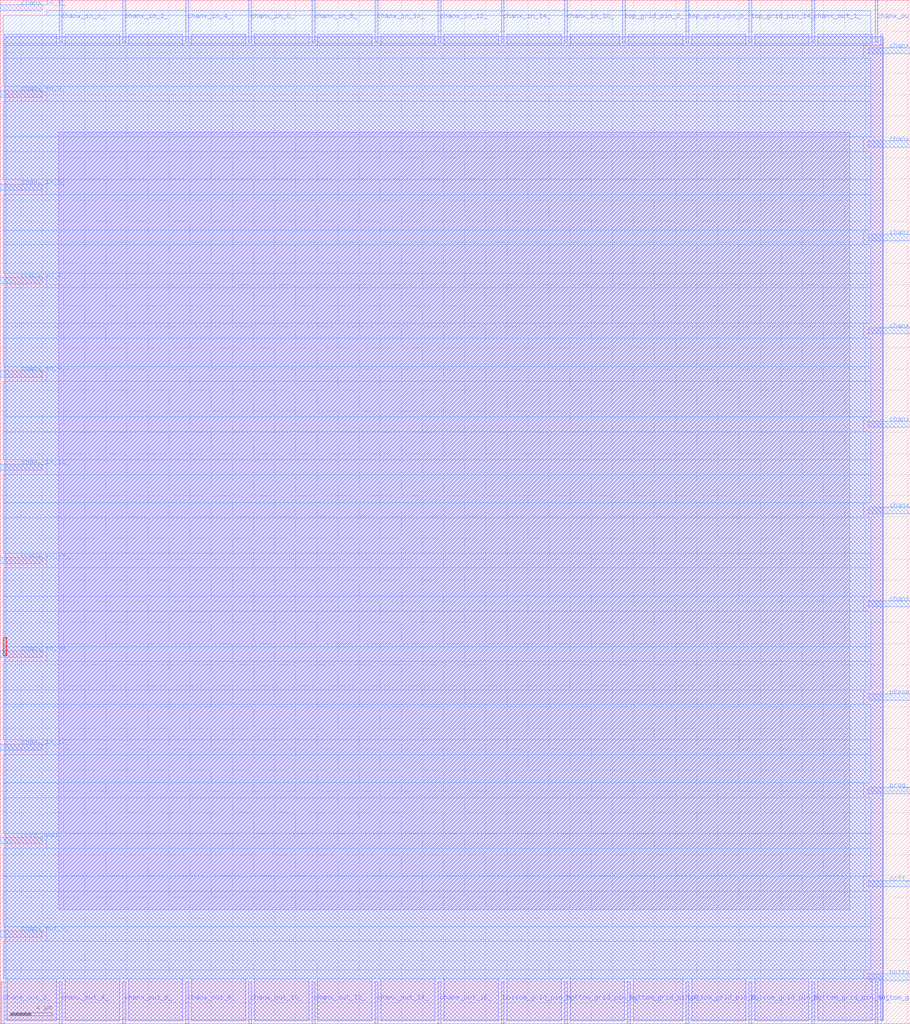
<source format=lef>
VERSION 5.7 ;
  NAMESCASESENSITIVE ON ;
  NOWIREEXTENSIONATPIN ON ;
  DIVIDERCHAR "/" ;
  BUSBITCHARS "[]" ;
UNITS
  DATABASE MICRONS 200 ;
END UNITS

MACRO cbx_1__0_
  CLASS BLOCK ;
  FOREIGN cbx_1__0_ ;
  ORIGIN 0.000 0.000 ;
  SIZE 86.225 BY 96.945 ;
  PIN ccff_head
    DIRECTION INPUT ;
    PORT
      LAYER met3 ;
        RECT 0.000 17.040 4.000 17.640 ;
    END
  END ccff_head
  PIN chanx_in_1_
    DIRECTION INPUT ;
    PORT
      LAYER met3 ;
        RECT 0.000 95.920 4.000 96.520 ;
    END
  END chanx_in_1_
  PIN chanx_in_5_
    DIRECTION INPUT ;
    PORT
      LAYER met3 ;
        RECT 0.000 78.920 4.000 79.520 ;
    END
  END chanx_in_5_
  PIN chanx_in_11_
    DIRECTION INPUT ;
    PORT
      LAYER met3 ;
        RECT 0.000 52.400 4.000 53.000 ;
    END
  END chanx_in_11_
  PIN chanx_in_10_
    DIRECTION INPUT ;
    PORT
      LAYER met2 ;
        RECT 35.510 92.945 35.790 96.945 ;
    END
  END chanx_in_10_
  PIN bottom_grid_pin_2_
    DIRECTION OUTPUT TRISTATE ;
    PORT
      LAYER met2 ;
        RECT 53.450 0.000 53.730 4.000 ;
    END
  END bottom_grid_pin_2_
  PIN bottom_grid_pin_6_
    DIRECTION OUTPUT TRISTATE ;
    PORT
      LAYER met2 ;
        RECT 64.950 0.000 65.230 4.000 ;
    END
  END bottom_grid_pin_6_
  PIN chanx_in_6_
    DIRECTION INPUT ;
    PORT
      LAYER met2 ;
        RECT 23.550 92.945 23.830 96.945 ;
    END
  END chanx_in_6_
  PIN chanx_in_17_
    DIRECTION INPUT ;
    PORT
      LAYER met3 ;
        RECT 0.000 25.880 4.000 26.480 ;
    END
  END chanx_in_17_
  PIN chanx_out_1_
    DIRECTION OUTPUT TRISTATE ;
    PORT
      LAYER met2 ;
        RECT 76.910 92.945 77.190 96.945 ;
    END
  END chanx_out_1_
  PIN chanx_out_11_
    DIRECTION OUTPUT TRISTATE ;
    PORT
      LAYER met3 ;
        RECT 82.225 65.320 86.225 65.920 ;
    END
  END chanx_out_11_
  PIN chanx_in_7_
    DIRECTION INPUT ;
    PORT
      LAYER met3 ;
        RECT 0.000 70.080 4.000 70.680 ;
    END
  END chanx_in_7_
  PIN bottom_grid_pin_8_
    DIRECTION OUTPUT TRISTATE ;
    PORT
      LAYER met2 ;
        RECT 70.930 0.000 71.210 4.000 ;
    END
  END bottom_grid_pin_8_
  PIN chanx_in_3_
    DIRECTION INPUT ;
    PORT
      LAYER met3 ;
        RECT 0.000 87.760 4.000 88.360 ;
    END
  END chanx_in_3_
  PIN chanx_in_12_
    DIRECTION INPUT ;
    PORT
      LAYER met2 ;
        RECT 41.490 92.945 41.770 96.945 ;
    END
  END chanx_in_12_
  PIN chanx_out_6_
    DIRECTION OUTPUT TRISTATE ;
    PORT
      LAYER met2 ;
        RECT 11.590 0.000 11.870 4.000 ;
    END
  END chanx_out_6_
  PIN prog_clk
    DIRECTION INPUT ;
    PORT
      LAYER met3 ;
        RECT 82.225 21.800 86.225 22.400 ;
    END
  END prog_clk
  PIN chanx_in_15_
    DIRECTION INPUT ;
    PORT
      LAYER met3 ;
        RECT 0.000 34.720 4.000 35.320 ;
    END
  END chanx_in_15_
  PIN chanx_out_17_
    DIRECTION OUTPUT TRISTATE ;
    PORT
      LAYER met3 ;
        RECT 82.225 39.480 86.225 40.080 ;
    END
  END chanx_out_17_
  PIN chanx_out_5_
    DIRECTION OUTPUT TRISTATE ;
    PORT
      LAYER met3 ;
        RECT 82.225 91.840 86.225 92.440 ;
    END
  END chanx_out_5_
  PIN ccff_tail
    DIRECTION OUTPUT TRISTATE ;
    PORT
      LAYER met3 ;
        RECT 82.225 12.960 86.225 13.560 ;
    END
  END ccff_tail
  PIN chanx_in_0_
    DIRECTION INPUT ;
    PORT
      LAYER met2 ;
        RECT 5.610 92.945 5.890 96.945 ;
    END
  END chanx_in_0_
  PIN top_grid_pin_2_
    DIRECTION OUTPUT TRISTATE ;
    PORT
      LAYER met2 ;
        RECT 58.970 92.945 59.250 96.945 ;
    END
  END top_grid_pin_2_
  PIN bottom_grid_pin_14_
    DIRECTION OUTPUT TRISTATE ;
    PORT
      LAYER met3 ;
        RECT 82.225 4.120 86.225 4.720 ;
    END
  END bottom_grid_pin_14_
  PIN chanx_in_8_
    DIRECTION INPUT ;
    PORT
      LAYER met2 ;
        RECT 29.530 92.945 29.810 96.945 ;
    END
  END chanx_in_8_
  PIN chanx_out_12_
    DIRECTION OUTPUT TRISTATE ;
    PORT
      LAYER met2 ;
        RECT 29.530 0.000 29.810 4.000 ;
    END
  END chanx_out_12_
  PIN chanx_in_4_
    DIRECTION INPUT ;
    PORT
      LAYER met2 ;
        RECT 17.570 92.945 17.850 96.945 ;
    END
  END chanx_in_4_
  PIN bottom_grid_pin_12_
    DIRECTION OUTPUT TRISTATE ;
    PORT
      LAYER met2 ;
        RECT 82.890 0.000 83.170 4.000 ;
    END
  END bottom_grid_pin_12_
  PIN top_grid_pin_14_
    DIRECTION OUTPUT TRISTATE ;
    PORT
      LAYER met2 ;
        RECT 70.930 92.945 71.210 96.945 ;
    END
  END top_grid_pin_14_
  PIN chanx_in_9_
    DIRECTION INPUT ;
    PORT
      LAYER met3 ;
        RECT 0.000 61.240 4.000 61.840 ;
    END
  END chanx_in_9_
  PIN chanx_out_16_
    DIRECTION OUTPUT TRISTATE ;
    PORT
      LAYER met2 ;
        RECT 41.490 0.000 41.770 4.000 ;
    END
  END chanx_out_16_
  PIN chanx_out_9_
    DIRECTION OUTPUT TRISTATE ;
    PORT
      LAYER met3 ;
        RECT 82.225 74.160 86.225 74.760 ;
    END
  END chanx_out_9_
  PIN top_grid_pin_6_
    DIRECTION OUTPUT TRISTATE ;
    PORT
      LAYER met2 ;
        RECT 64.950 92.945 65.230 96.945 ;
    END
  END top_grid_pin_6_
  PIN chanx_out_3_
    DIRECTION OUTPUT TRISTATE ;
    PORT
      LAYER met2 ;
        RECT 82.890 92.945 83.170 96.945 ;
    END
  END chanx_out_3_
  PIN pReset
    DIRECTION INPUT ;
    PORT
      LAYER met3 ;
        RECT 82.225 30.640 86.225 31.240 ;
    END
  END pReset
  PIN chanx_out_10_
    DIRECTION OUTPUT TRISTATE ;
    PORT
      LAYER met2 ;
        RECT 23.550 0.000 23.830 4.000 ;
    END
  END chanx_out_10_
  PIN chanx_out_8_
    DIRECTION OUTPUT TRISTATE ;
    PORT
      LAYER met2 ;
        RECT 17.570 0.000 17.850 4.000 ;
    END
  END chanx_out_8_
  PIN bottom_grid_pin_10_
    DIRECTION OUTPUT TRISTATE ;
    PORT
      LAYER met2 ;
        RECT 76.910 0.000 77.190 4.000 ;
    END
  END bottom_grid_pin_10_
  PIN bottom_grid_pin_4_
    DIRECTION OUTPUT TRISTATE ;
    PORT
      LAYER met2 ;
        RECT 59.430 0.000 59.710 4.000 ;
    END
  END bottom_grid_pin_4_
  PIN bottom_grid_pin_0_
    DIRECTION OUTPUT TRISTATE ;
    PORT
      LAYER met2 ;
        RECT 47.470 0.000 47.750 4.000 ;
    END
  END bottom_grid_pin_0_
  PIN chanx_out_14_
    DIRECTION OUTPUT TRISTATE ;
    PORT
      LAYER met2 ;
        RECT 35.510 0.000 35.790 4.000 ;
    END
  END chanx_out_14_
  PIN chanx_in_13_
    DIRECTION INPUT ;
    PORT
      LAYER met3 ;
        RECT 0.000 43.560 4.000 44.160 ;
    END
  END chanx_in_13_
  PIN chanx_out_4_
    DIRECTION OUTPUT TRISTATE ;
    PORT
      LAYER met2 ;
        RECT 5.610 0.000 5.890 4.000 ;
    END
  END chanx_out_4_
  PIN chanx_in_14_
    DIRECTION INPUT ;
    PORT
      LAYER met2 ;
        RECT 47.470 92.945 47.750 96.945 ;
    END
  END chanx_in_14_
  PIN chanx_out_13_
    DIRECTION OUTPUT TRISTATE ;
    PORT
      LAYER met3 ;
        RECT 82.225 56.480 86.225 57.080 ;
    END
  END chanx_out_13_
  PIN chanx_out_0_
    DIRECTION OUTPUT TRISTATE ;
    PORT
      LAYER met3 ;
        RECT 0.000 8.200 4.000 8.800 ;
    END
  END chanx_out_0_
  PIN chanx_in_2_
    DIRECTION INPUT ;
    PORT
      LAYER met2 ;
        RECT 11.590 92.945 11.870 96.945 ;
    END
  END chanx_in_2_
  PIN chanx_in_16_
    DIRECTION INPUT ;
    PORT
      LAYER met2 ;
        RECT 53.450 92.945 53.730 96.945 ;
    END
  END chanx_in_16_
  PIN chanx_out_7_
    DIRECTION OUTPUT TRISTATE ;
    PORT
      LAYER met3 ;
        RECT 82.225 83.000 86.225 83.600 ;
    END
  END chanx_out_7_
  PIN chanx_out_15_
    DIRECTION OUTPUT TRISTATE ;
    PORT
      LAYER met3 ;
        RECT 82.225 48.320 86.225 48.920 ;
    END
  END chanx_out_15_
  PIN chanx_out_2_
    DIRECTION OUTPUT TRISTATE ;
    PORT
      LAYER met2 ;
        RECT 0.090 0.000 0.370 4.000 ;
    END
  END chanx_out_2_
  OBS
      LAYER li1 ;
        RECT 5.520 10.795 80.500 84.405 ;
      LAYER met1 ;
        RECT 0.530 0.380 83.650 93.460 ;
      LAYER met2 ;
        RECT 0.370 92.665 5.330 93.685 ;
        RECT 6.170 92.665 11.310 93.685 ;
        RECT 12.150 92.665 17.290 93.685 ;
        RECT 18.130 92.665 23.270 93.685 ;
        RECT 24.110 92.665 29.250 93.685 ;
        RECT 30.090 92.665 35.230 93.685 ;
        RECT 36.070 92.665 41.210 93.685 ;
        RECT 42.050 92.665 47.190 93.685 ;
        RECT 48.030 92.665 53.170 93.685 ;
        RECT 54.010 92.665 58.690 93.685 ;
        RECT 59.530 92.665 64.670 93.685 ;
        RECT 65.510 92.665 70.650 93.685 ;
        RECT 71.490 92.665 76.630 93.685 ;
        RECT 77.470 92.665 82.610 93.685 ;
        RECT 83.450 92.665 83.620 93.685 ;
        RECT 0.370 4.280 83.620 92.665 ;
        RECT 0.650 0.270 5.330 4.280 ;
        RECT 6.170 0.270 11.310 4.280 ;
        RECT 12.150 0.270 17.290 4.280 ;
        RECT 18.130 0.270 23.270 4.280 ;
        RECT 24.110 0.270 29.250 4.280 ;
        RECT 30.090 0.270 35.230 4.280 ;
        RECT 36.070 0.270 41.210 4.280 ;
        RECT 42.050 0.270 47.190 4.280 ;
        RECT 48.030 0.270 53.170 4.280 ;
        RECT 54.010 0.270 59.150 4.280 ;
        RECT 59.990 0.270 64.670 4.280 ;
        RECT 65.510 0.270 70.650 4.280 ;
        RECT 71.490 0.270 76.630 4.280 ;
        RECT 77.470 0.270 82.610 4.280 ;
        RECT 83.450 0.270 83.620 4.280 ;
      LAYER met3 ;
        RECT 4.400 95.520 82.490 95.920 ;
        RECT 0.270 92.840 82.490 95.520 ;
        RECT 0.270 91.440 81.825 92.840 ;
        RECT 0.270 88.760 82.490 91.440 ;
        RECT 4.400 87.360 82.490 88.760 ;
        RECT 0.270 84.000 82.490 87.360 ;
        RECT 0.270 82.600 81.825 84.000 ;
        RECT 0.270 79.920 82.490 82.600 ;
        RECT 4.400 78.520 82.490 79.920 ;
        RECT 0.270 75.160 82.490 78.520 ;
        RECT 0.270 73.760 81.825 75.160 ;
        RECT 0.270 71.080 82.490 73.760 ;
        RECT 4.400 69.680 82.490 71.080 ;
        RECT 0.270 66.320 82.490 69.680 ;
        RECT 0.270 64.920 81.825 66.320 ;
        RECT 0.270 62.240 82.490 64.920 ;
        RECT 4.400 60.840 82.490 62.240 ;
        RECT 0.270 57.480 82.490 60.840 ;
        RECT 0.270 56.080 81.825 57.480 ;
        RECT 0.270 53.400 82.490 56.080 ;
        RECT 4.400 52.000 82.490 53.400 ;
        RECT 0.270 49.320 82.490 52.000 ;
        RECT 0.270 47.920 81.825 49.320 ;
        RECT 0.270 44.560 82.490 47.920 ;
        RECT 4.400 43.160 82.490 44.560 ;
        RECT 0.270 40.480 82.490 43.160 ;
        RECT 0.270 39.080 81.825 40.480 ;
        RECT 0.270 35.720 82.490 39.080 ;
        RECT 4.400 34.320 82.490 35.720 ;
        RECT 0.270 31.640 82.490 34.320 ;
        RECT 0.270 30.240 81.825 31.640 ;
        RECT 0.270 26.880 82.490 30.240 ;
        RECT 4.400 25.480 82.490 26.880 ;
        RECT 0.270 22.800 82.490 25.480 ;
        RECT 0.270 21.400 81.825 22.800 ;
        RECT 0.270 18.040 82.490 21.400 ;
        RECT 4.400 16.640 82.490 18.040 ;
        RECT 0.270 13.960 82.490 16.640 ;
        RECT 0.270 12.560 81.825 13.960 ;
        RECT 0.270 9.200 82.490 12.560 ;
        RECT 4.400 7.800 82.490 9.200 ;
        RECT 0.270 5.120 82.490 7.800 ;
        RECT 0.270 4.255 81.825 5.120 ;
      LAYER met4 ;
        RECT 0.295 34.855 0.625 36.545 ;
  END
END cbx_1__0_
END LIBRARY


</source>
